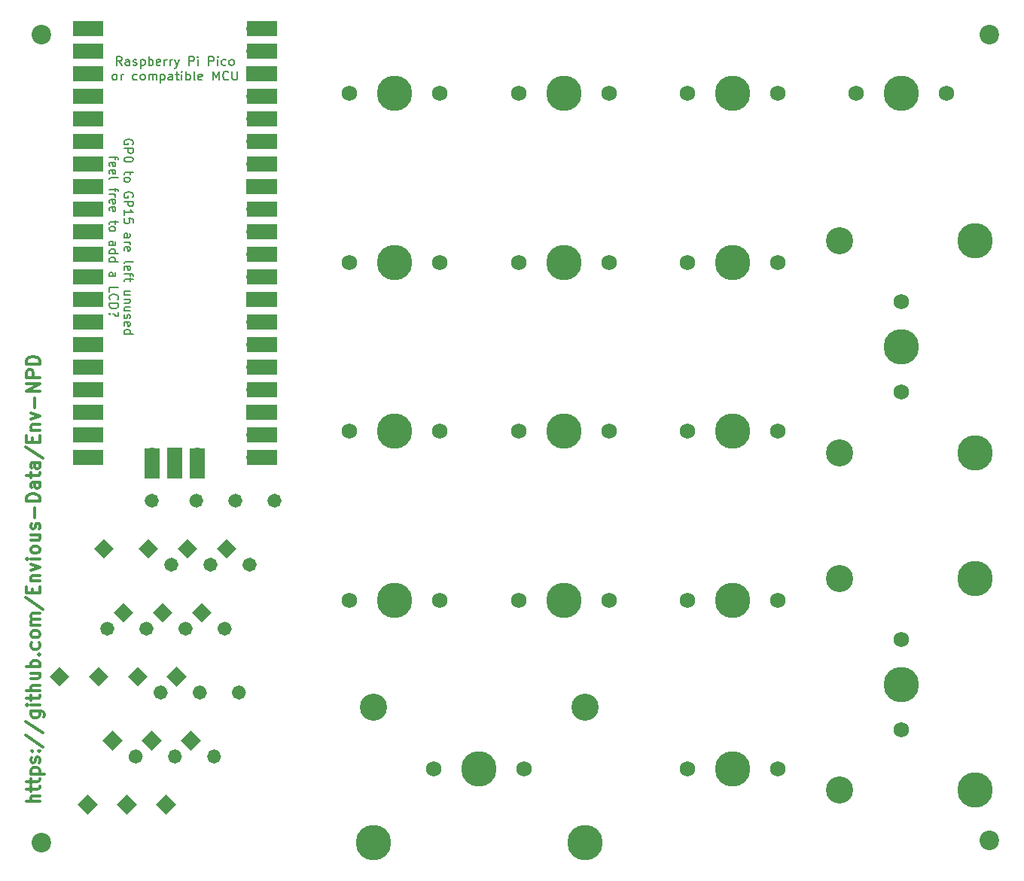
<source format=gts>
G04 #@! TF.GenerationSoftware,KiCad,Pcbnew,(5.1.10)-1*
G04 #@! TF.CreationDate,2021-09-20T14:50:31+01:00*
G04 #@! TF.ProjectId,env-npd,656e762d-6e70-4642-9e6b-696361645f70,rev?*
G04 #@! TF.SameCoordinates,Original*
G04 #@! TF.FileFunction,Soldermask,Top*
G04 #@! TF.FilePolarity,Negative*
%FSLAX46Y46*%
G04 Gerber Fmt 4.6, Leading zero omitted, Abs format (unit mm)*
G04 Created by KiCad (PCBNEW (5.1.10)-1) date 2021-09-20 14:50:31*
%MOMM*%
%LPD*%
G01*
G04 APERTURE LIST*
%ADD10C,0.300000*%
%ADD11C,0.150000*%
%ADD12C,0.100000*%
%ADD13O,1.700000X1.700000*%
%ADD14R,1.700000X1.700000*%
%ADD15R,3.500000X1.700000*%
%ADD16R,1.700000X3.500000*%
%ADD17C,2.200000*%
%ADD18C,3.987800*%
%ADD19C,1.750000*%
%ADD20C,3.048000*%
G04 APERTURE END LIST*
D10*
X70578571Y-147647857D02*
X69078571Y-147647857D01*
X70578571Y-147005000D02*
X69792857Y-147005000D01*
X69650000Y-147076428D01*
X69578571Y-147219285D01*
X69578571Y-147433571D01*
X69650000Y-147576428D01*
X69721428Y-147647857D01*
X69578571Y-146505000D02*
X69578571Y-145933571D01*
X69078571Y-146290714D02*
X70364285Y-146290714D01*
X70507142Y-146219285D01*
X70578571Y-146076428D01*
X70578571Y-145933571D01*
X69578571Y-145647857D02*
X69578571Y-145076428D01*
X69078571Y-145433571D02*
X70364285Y-145433571D01*
X70507142Y-145362142D01*
X70578571Y-145219285D01*
X70578571Y-145076428D01*
X69578571Y-144576428D02*
X71078571Y-144576428D01*
X69650000Y-144576428D02*
X69578571Y-144433571D01*
X69578571Y-144147857D01*
X69650000Y-144005000D01*
X69721428Y-143933571D01*
X69864285Y-143862142D01*
X70292857Y-143862142D01*
X70435714Y-143933571D01*
X70507142Y-144005000D01*
X70578571Y-144147857D01*
X70578571Y-144433571D01*
X70507142Y-144576428D01*
X70507142Y-143290714D02*
X70578571Y-143147857D01*
X70578571Y-142862142D01*
X70507142Y-142719285D01*
X70364285Y-142647857D01*
X70292857Y-142647857D01*
X70150000Y-142719285D01*
X70078571Y-142862142D01*
X70078571Y-143076428D01*
X70007142Y-143219285D01*
X69864285Y-143290714D01*
X69792857Y-143290714D01*
X69650000Y-143219285D01*
X69578571Y-143076428D01*
X69578571Y-142862142D01*
X69650000Y-142719285D01*
X70435714Y-142005000D02*
X70507142Y-141933571D01*
X70578571Y-142005000D01*
X70507142Y-142076428D01*
X70435714Y-142005000D01*
X70578571Y-142005000D01*
X69650000Y-142005000D02*
X69721428Y-141933571D01*
X69792857Y-142005000D01*
X69721428Y-142076428D01*
X69650000Y-142005000D01*
X69792857Y-142005000D01*
X69007142Y-140219285D02*
X70935714Y-141505000D01*
X69007142Y-138647857D02*
X70935714Y-139933571D01*
X69578571Y-137505000D02*
X70792857Y-137505000D01*
X70935714Y-137576428D01*
X71007142Y-137647857D01*
X71078571Y-137790714D01*
X71078571Y-138005000D01*
X71007142Y-138147857D01*
X70507142Y-137505000D02*
X70578571Y-137647857D01*
X70578571Y-137933571D01*
X70507142Y-138076428D01*
X70435714Y-138147857D01*
X70292857Y-138219285D01*
X69864285Y-138219285D01*
X69721428Y-138147857D01*
X69650000Y-138076428D01*
X69578571Y-137933571D01*
X69578571Y-137647857D01*
X69650000Y-137505000D01*
X70578571Y-136790714D02*
X69578571Y-136790714D01*
X69078571Y-136790714D02*
X69150000Y-136862142D01*
X69221428Y-136790714D01*
X69150000Y-136719285D01*
X69078571Y-136790714D01*
X69221428Y-136790714D01*
X69578571Y-136290714D02*
X69578571Y-135719285D01*
X69078571Y-136076428D02*
X70364285Y-136076428D01*
X70507142Y-136005000D01*
X70578571Y-135862142D01*
X70578571Y-135719285D01*
X70578571Y-135219285D02*
X69078571Y-135219285D01*
X70578571Y-134576428D02*
X69792857Y-134576428D01*
X69650000Y-134647857D01*
X69578571Y-134790714D01*
X69578571Y-135005000D01*
X69650000Y-135147857D01*
X69721428Y-135219285D01*
X69578571Y-133219285D02*
X70578571Y-133219285D01*
X69578571Y-133862142D02*
X70364285Y-133862142D01*
X70507142Y-133790714D01*
X70578571Y-133647857D01*
X70578571Y-133433571D01*
X70507142Y-133290714D01*
X70435714Y-133219285D01*
X70578571Y-132505000D02*
X69078571Y-132505000D01*
X69650000Y-132505000D02*
X69578571Y-132362142D01*
X69578571Y-132076428D01*
X69650000Y-131933571D01*
X69721428Y-131862142D01*
X69864285Y-131790714D01*
X70292857Y-131790714D01*
X70435714Y-131862142D01*
X70507142Y-131933571D01*
X70578571Y-132076428D01*
X70578571Y-132362142D01*
X70507142Y-132505000D01*
X70435714Y-131147857D02*
X70507142Y-131076428D01*
X70578571Y-131147857D01*
X70507142Y-131219285D01*
X70435714Y-131147857D01*
X70578571Y-131147857D01*
X70507142Y-129790714D02*
X70578571Y-129933571D01*
X70578571Y-130219285D01*
X70507142Y-130362142D01*
X70435714Y-130433571D01*
X70292857Y-130505000D01*
X69864285Y-130505000D01*
X69721428Y-130433571D01*
X69650000Y-130362142D01*
X69578571Y-130219285D01*
X69578571Y-129933571D01*
X69650000Y-129790714D01*
X70578571Y-128933571D02*
X70507142Y-129076428D01*
X70435714Y-129147857D01*
X70292857Y-129219285D01*
X69864285Y-129219285D01*
X69721428Y-129147857D01*
X69650000Y-129076428D01*
X69578571Y-128933571D01*
X69578571Y-128719285D01*
X69650000Y-128576428D01*
X69721428Y-128505000D01*
X69864285Y-128433571D01*
X70292857Y-128433571D01*
X70435714Y-128505000D01*
X70507142Y-128576428D01*
X70578571Y-128719285D01*
X70578571Y-128933571D01*
X70578571Y-127790714D02*
X69578571Y-127790714D01*
X69721428Y-127790714D02*
X69650000Y-127719285D01*
X69578571Y-127576428D01*
X69578571Y-127362142D01*
X69650000Y-127219285D01*
X69792857Y-127147857D01*
X70578571Y-127147857D01*
X69792857Y-127147857D02*
X69650000Y-127076428D01*
X69578571Y-126933571D01*
X69578571Y-126719285D01*
X69650000Y-126576428D01*
X69792857Y-126505000D01*
X70578571Y-126505000D01*
X69007142Y-124719285D02*
X70935714Y-126005000D01*
X69792857Y-124219285D02*
X69792857Y-123719285D01*
X70578571Y-123505000D02*
X70578571Y-124219285D01*
X69078571Y-124219285D01*
X69078571Y-123505000D01*
X69578571Y-122862142D02*
X70578571Y-122862142D01*
X69721428Y-122862142D02*
X69650000Y-122790714D01*
X69578571Y-122647857D01*
X69578571Y-122433571D01*
X69650000Y-122290714D01*
X69792857Y-122219285D01*
X70578571Y-122219285D01*
X69578571Y-121647857D02*
X70578571Y-121290714D01*
X69578571Y-120933571D01*
X70578571Y-120362142D02*
X69578571Y-120362142D01*
X69078571Y-120362142D02*
X69150000Y-120433571D01*
X69221428Y-120362142D01*
X69150000Y-120290714D01*
X69078571Y-120362142D01*
X69221428Y-120362142D01*
X70578571Y-119433571D02*
X70507142Y-119576428D01*
X70435714Y-119647857D01*
X70292857Y-119719285D01*
X69864285Y-119719285D01*
X69721428Y-119647857D01*
X69650000Y-119576428D01*
X69578571Y-119433571D01*
X69578571Y-119219285D01*
X69650000Y-119076428D01*
X69721428Y-119005000D01*
X69864285Y-118933571D01*
X70292857Y-118933571D01*
X70435714Y-119005000D01*
X70507142Y-119076428D01*
X70578571Y-119219285D01*
X70578571Y-119433571D01*
X69578571Y-117647857D02*
X70578571Y-117647857D01*
X69578571Y-118290714D02*
X70364285Y-118290714D01*
X70507142Y-118219285D01*
X70578571Y-118076428D01*
X70578571Y-117862142D01*
X70507142Y-117719285D01*
X70435714Y-117647857D01*
X70507142Y-117005000D02*
X70578571Y-116862142D01*
X70578571Y-116576428D01*
X70507142Y-116433571D01*
X70364285Y-116362142D01*
X70292857Y-116362142D01*
X70150000Y-116433571D01*
X70078571Y-116576428D01*
X70078571Y-116790714D01*
X70007142Y-116933571D01*
X69864285Y-117005000D01*
X69792857Y-117005000D01*
X69650000Y-116933571D01*
X69578571Y-116790714D01*
X69578571Y-116576428D01*
X69650000Y-116433571D01*
X70007142Y-115719285D02*
X70007142Y-114576428D01*
X70578571Y-113862142D02*
X69078571Y-113862142D01*
X69078571Y-113505000D01*
X69150000Y-113290714D01*
X69292857Y-113147857D01*
X69435714Y-113076428D01*
X69721428Y-113005000D01*
X69935714Y-113005000D01*
X70221428Y-113076428D01*
X70364285Y-113147857D01*
X70507142Y-113290714D01*
X70578571Y-113505000D01*
X70578571Y-113862142D01*
X70578571Y-111719285D02*
X69792857Y-111719285D01*
X69650000Y-111790714D01*
X69578571Y-111933571D01*
X69578571Y-112219285D01*
X69650000Y-112362142D01*
X70507142Y-111719285D02*
X70578571Y-111862142D01*
X70578571Y-112219285D01*
X70507142Y-112362142D01*
X70364285Y-112433571D01*
X70221428Y-112433571D01*
X70078571Y-112362142D01*
X70007142Y-112219285D01*
X70007142Y-111862142D01*
X69935714Y-111719285D01*
X69578571Y-111219285D02*
X69578571Y-110647857D01*
X69078571Y-111005000D02*
X70364285Y-111005000D01*
X70507142Y-110933571D01*
X70578571Y-110790714D01*
X70578571Y-110647857D01*
X70578571Y-109505000D02*
X69792857Y-109505000D01*
X69650000Y-109576428D01*
X69578571Y-109719285D01*
X69578571Y-110005000D01*
X69650000Y-110147857D01*
X70507142Y-109505000D02*
X70578571Y-109647857D01*
X70578571Y-110005000D01*
X70507142Y-110147857D01*
X70364285Y-110219285D01*
X70221428Y-110219285D01*
X70078571Y-110147857D01*
X70007142Y-110005000D01*
X70007142Y-109647857D01*
X69935714Y-109505000D01*
X69007142Y-107719285D02*
X70935714Y-109005000D01*
X69792857Y-107219285D02*
X69792857Y-106719285D01*
X70578571Y-106505000D02*
X70578571Y-107219285D01*
X69078571Y-107219285D01*
X69078571Y-106505000D01*
X69578571Y-105862142D02*
X70578571Y-105862142D01*
X69721428Y-105862142D02*
X69650000Y-105790714D01*
X69578571Y-105647857D01*
X69578571Y-105433571D01*
X69650000Y-105290714D01*
X69792857Y-105219285D01*
X70578571Y-105219285D01*
X69578571Y-104647857D02*
X70578571Y-104290714D01*
X69578571Y-103933571D01*
X70007142Y-103362142D02*
X70007142Y-102219285D01*
X70578571Y-101505000D02*
X69078571Y-101505000D01*
X70578571Y-100647857D01*
X69078571Y-100647857D01*
X70578571Y-99933571D02*
X69078571Y-99933571D01*
X69078571Y-99362142D01*
X69150000Y-99219285D01*
X69221428Y-99147857D01*
X69364285Y-99076428D01*
X69578571Y-99076428D01*
X69721428Y-99147857D01*
X69792857Y-99219285D01*
X69864285Y-99362142D01*
X69864285Y-99933571D01*
X70578571Y-98433571D02*
X69078571Y-98433571D01*
X69078571Y-98076428D01*
X69150000Y-97862142D01*
X69292857Y-97719285D01*
X69435714Y-97647857D01*
X69721428Y-97576428D01*
X69935714Y-97576428D01*
X70221428Y-97647857D01*
X70364285Y-97719285D01*
X70507142Y-97862142D01*
X70578571Y-98076428D01*
X70578571Y-98433571D01*
D11*
X81025000Y-73695238D02*
X81072619Y-73600000D01*
X81072619Y-73457142D01*
X81025000Y-73314285D01*
X80929761Y-73219047D01*
X80834523Y-73171428D01*
X80644047Y-73123809D01*
X80501190Y-73123809D01*
X80310714Y-73171428D01*
X80215476Y-73219047D01*
X80120238Y-73314285D01*
X80072619Y-73457142D01*
X80072619Y-73552380D01*
X80120238Y-73695238D01*
X80167857Y-73742857D01*
X80501190Y-73742857D01*
X80501190Y-73552380D01*
X80072619Y-74171428D02*
X81072619Y-74171428D01*
X81072619Y-74552380D01*
X81025000Y-74647619D01*
X80977380Y-74695238D01*
X80882142Y-74742857D01*
X80739285Y-74742857D01*
X80644047Y-74695238D01*
X80596428Y-74647619D01*
X80548809Y-74552380D01*
X80548809Y-74171428D01*
X81072619Y-75361904D02*
X81072619Y-75457142D01*
X81025000Y-75552380D01*
X80977380Y-75600000D01*
X80882142Y-75647619D01*
X80691666Y-75695238D01*
X80453571Y-75695238D01*
X80263095Y-75647619D01*
X80167857Y-75600000D01*
X80120238Y-75552380D01*
X80072619Y-75457142D01*
X80072619Y-75361904D01*
X80120238Y-75266666D01*
X80167857Y-75219047D01*
X80263095Y-75171428D01*
X80453571Y-75123809D01*
X80691666Y-75123809D01*
X80882142Y-75171428D01*
X80977380Y-75219047D01*
X81025000Y-75266666D01*
X81072619Y-75361904D01*
X80739285Y-76742857D02*
X80739285Y-77123809D01*
X81072619Y-76885714D02*
X80215476Y-76885714D01*
X80120238Y-76933333D01*
X80072619Y-77028571D01*
X80072619Y-77123809D01*
X80072619Y-77600000D02*
X80120238Y-77504761D01*
X80167857Y-77457142D01*
X80263095Y-77409523D01*
X80548809Y-77409523D01*
X80644047Y-77457142D01*
X80691666Y-77504761D01*
X80739285Y-77600000D01*
X80739285Y-77742857D01*
X80691666Y-77838095D01*
X80644047Y-77885714D01*
X80548809Y-77933333D01*
X80263095Y-77933333D01*
X80167857Y-77885714D01*
X80120238Y-77838095D01*
X80072619Y-77742857D01*
X80072619Y-77600000D01*
X81025000Y-79647619D02*
X81072619Y-79552380D01*
X81072619Y-79409523D01*
X81025000Y-79266666D01*
X80929761Y-79171428D01*
X80834523Y-79123809D01*
X80644047Y-79076190D01*
X80501190Y-79076190D01*
X80310714Y-79123809D01*
X80215476Y-79171428D01*
X80120238Y-79266666D01*
X80072619Y-79409523D01*
X80072619Y-79504761D01*
X80120238Y-79647619D01*
X80167857Y-79695238D01*
X80501190Y-79695238D01*
X80501190Y-79504761D01*
X80072619Y-80123809D02*
X81072619Y-80123809D01*
X81072619Y-80504761D01*
X81025000Y-80600000D01*
X80977380Y-80647619D01*
X80882142Y-80695238D01*
X80739285Y-80695238D01*
X80644047Y-80647619D01*
X80596428Y-80600000D01*
X80548809Y-80504761D01*
X80548809Y-80123809D01*
X80072619Y-81647619D02*
X80072619Y-81076190D01*
X80072619Y-81361904D02*
X81072619Y-81361904D01*
X80929761Y-81266666D01*
X80834523Y-81171428D01*
X80786904Y-81076190D01*
X81072619Y-82552380D02*
X81072619Y-82076190D01*
X80596428Y-82028571D01*
X80644047Y-82076190D01*
X80691666Y-82171428D01*
X80691666Y-82409523D01*
X80644047Y-82504761D01*
X80596428Y-82552380D01*
X80501190Y-82600000D01*
X80263095Y-82600000D01*
X80167857Y-82552380D01*
X80120238Y-82504761D01*
X80072619Y-82409523D01*
X80072619Y-82171428D01*
X80120238Y-82076190D01*
X80167857Y-82028571D01*
X80072619Y-84219047D02*
X80596428Y-84219047D01*
X80691666Y-84171428D01*
X80739285Y-84076190D01*
X80739285Y-83885714D01*
X80691666Y-83790476D01*
X80120238Y-84219047D02*
X80072619Y-84123809D01*
X80072619Y-83885714D01*
X80120238Y-83790476D01*
X80215476Y-83742857D01*
X80310714Y-83742857D01*
X80405952Y-83790476D01*
X80453571Y-83885714D01*
X80453571Y-84123809D01*
X80501190Y-84219047D01*
X80072619Y-84695238D02*
X80739285Y-84695238D01*
X80548809Y-84695238D02*
X80644047Y-84742857D01*
X80691666Y-84790476D01*
X80739285Y-84885714D01*
X80739285Y-84980952D01*
X80120238Y-85695238D02*
X80072619Y-85600000D01*
X80072619Y-85409523D01*
X80120238Y-85314285D01*
X80215476Y-85266666D01*
X80596428Y-85266666D01*
X80691666Y-85314285D01*
X80739285Y-85409523D01*
X80739285Y-85600000D01*
X80691666Y-85695238D01*
X80596428Y-85742857D01*
X80501190Y-85742857D01*
X80405952Y-85266666D01*
X80072619Y-87076190D02*
X80120238Y-86980952D01*
X80215476Y-86933333D01*
X81072619Y-86933333D01*
X80120238Y-87838095D02*
X80072619Y-87742857D01*
X80072619Y-87552380D01*
X80120238Y-87457142D01*
X80215476Y-87409523D01*
X80596428Y-87409523D01*
X80691666Y-87457142D01*
X80739285Y-87552380D01*
X80739285Y-87742857D01*
X80691666Y-87838095D01*
X80596428Y-87885714D01*
X80501190Y-87885714D01*
X80405952Y-87409523D01*
X80739285Y-88171428D02*
X80739285Y-88552380D01*
X80072619Y-88314285D02*
X80929761Y-88314285D01*
X81025000Y-88361904D01*
X81072619Y-88457142D01*
X81072619Y-88552380D01*
X80739285Y-88742857D02*
X80739285Y-89123809D01*
X81072619Y-88885714D02*
X80215476Y-88885714D01*
X80120238Y-88933333D01*
X80072619Y-89028571D01*
X80072619Y-89123809D01*
X80739285Y-90647619D02*
X80072619Y-90647619D01*
X80739285Y-90219047D02*
X80215476Y-90219047D01*
X80120238Y-90266666D01*
X80072619Y-90361904D01*
X80072619Y-90504761D01*
X80120238Y-90600000D01*
X80167857Y-90647619D01*
X80739285Y-91123809D02*
X80072619Y-91123809D01*
X80644047Y-91123809D02*
X80691666Y-91171428D01*
X80739285Y-91266666D01*
X80739285Y-91409523D01*
X80691666Y-91504761D01*
X80596428Y-91552380D01*
X80072619Y-91552380D01*
X80739285Y-92457142D02*
X80072619Y-92457142D01*
X80739285Y-92028571D02*
X80215476Y-92028571D01*
X80120238Y-92076190D01*
X80072619Y-92171428D01*
X80072619Y-92314285D01*
X80120238Y-92409523D01*
X80167857Y-92457142D01*
X80120238Y-92885714D02*
X80072619Y-92980952D01*
X80072619Y-93171428D01*
X80120238Y-93266666D01*
X80215476Y-93314285D01*
X80263095Y-93314285D01*
X80358333Y-93266666D01*
X80405952Y-93171428D01*
X80405952Y-93028571D01*
X80453571Y-92933333D01*
X80548809Y-92885714D01*
X80596428Y-92885714D01*
X80691666Y-92933333D01*
X80739285Y-93028571D01*
X80739285Y-93171428D01*
X80691666Y-93266666D01*
X80120238Y-94123809D02*
X80072619Y-94028571D01*
X80072619Y-93838095D01*
X80120238Y-93742857D01*
X80215476Y-93695238D01*
X80596428Y-93695238D01*
X80691666Y-93742857D01*
X80739285Y-93838095D01*
X80739285Y-94028571D01*
X80691666Y-94123809D01*
X80596428Y-94171428D01*
X80501190Y-94171428D01*
X80405952Y-93695238D01*
X80072619Y-95028571D02*
X81072619Y-95028571D01*
X80120238Y-95028571D02*
X80072619Y-94933333D01*
X80072619Y-94742857D01*
X80120238Y-94647619D01*
X80167857Y-94599999D01*
X80263095Y-94552380D01*
X80548809Y-94552380D01*
X80644047Y-94599999D01*
X80691666Y-94647619D01*
X80739285Y-94742857D01*
X80739285Y-94933333D01*
X80691666Y-95028571D01*
X79089285Y-75052380D02*
X79089285Y-75433333D01*
X78422619Y-75195238D02*
X79279761Y-75195238D01*
X79375000Y-75242857D01*
X79422619Y-75338095D01*
X79422619Y-75433333D01*
X78470238Y-76147619D02*
X78422619Y-76052380D01*
X78422619Y-75861904D01*
X78470238Y-75766666D01*
X78565476Y-75719047D01*
X78946428Y-75719047D01*
X79041666Y-75766666D01*
X79089285Y-75861904D01*
X79089285Y-76052380D01*
X79041666Y-76147619D01*
X78946428Y-76195238D01*
X78851190Y-76195238D01*
X78755952Y-75719047D01*
X78470238Y-77004761D02*
X78422619Y-76909523D01*
X78422619Y-76719047D01*
X78470238Y-76623809D01*
X78565476Y-76576190D01*
X78946428Y-76576190D01*
X79041666Y-76623809D01*
X79089285Y-76719047D01*
X79089285Y-76909523D01*
X79041666Y-77004761D01*
X78946428Y-77052380D01*
X78851190Y-77052380D01*
X78755952Y-76576190D01*
X78422619Y-77623809D02*
X78470238Y-77528571D01*
X78565476Y-77480952D01*
X79422619Y-77480952D01*
X79089285Y-78623809D02*
X79089285Y-79004761D01*
X78422619Y-78766666D02*
X79279761Y-78766666D01*
X79375000Y-78814285D01*
X79422619Y-78909523D01*
X79422619Y-79004761D01*
X78422619Y-79338095D02*
X79089285Y-79338095D01*
X78898809Y-79338095D02*
X78994047Y-79385714D01*
X79041666Y-79433333D01*
X79089285Y-79528571D01*
X79089285Y-79623809D01*
X78470238Y-80338095D02*
X78422619Y-80242857D01*
X78422619Y-80052380D01*
X78470238Y-79957142D01*
X78565476Y-79909523D01*
X78946428Y-79909523D01*
X79041666Y-79957142D01*
X79089285Y-80052380D01*
X79089285Y-80242857D01*
X79041666Y-80338095D01*
X78946428Y-80385714D01*
X78851190Y-80385714D01*
X78755952Y-79909523D01*
X78470238Y-81195238D02*
X78422619Y-81100000D01*
X78422619Y-80909523D01*
X78470238Y-80814285D01*
X78565476Y-80766666D01*
X78946428Y-80766666D01*
X79041666Y-80814285D01*
X79089285Y-80909523D01*
X79089285Y-81100000D01*
X79041666Y-81195238D01*
X78946428Y-81242857D01*
X78851190Y-81242857D01*
X78755952Y-80766666D01*
X79089285Y-82290476D02*
X79089285Y-82671428D01*
X79422619Y-82433333D02*
X78565476Y-82433333D01*
X78470238Y-82480952D01*
X78422619Y-82576190D01*
X78422619Y-82671428D01*
X78422619Y-83147619D02*
X78470238Y-83052380D01*
X78517857Y-83004761D01*
X78613095Y-82957142D01*
X78898809Y-82957142D01*
X78994047Y-83004761D01*
X79041666Y-83052380D01*
X79089285Y-83147619D01*
X79089285Y-83290476D01*
X79041666Y-83385714D01*
X78994047Y-83433333D01*
X78898809Y-83480952D01*
X78613095Y-83480952D01*
X78517857Y-83433333D01*
X78470238Y-83385714D01*
X78422619Y-83290476D01*
X78422619Y-83147619D01*
X78422619Y-85100000D02*
X78946428Y-85100000D01*
X79041666Y-85052380D01*
X79089285Y-84957142D01*
X79089285Y-84766666D01*
X79041666Y-84671428D01*
X78470238Y-85100000D02*
X78422619Y-85004761D01*
X78422619Y-84766666D01*
X78470238Y-84671428D01*
X78565476Y-84623809D01*
X78660714Y-84623809D01*
X78755952Y-84671428D01*
X78803571Y-84766666D01*
X78803571Y-85004761D01*
X78851190Y-85100000D01*
X78422619Y-86004761D02*
X79422619Y-86004761D01*
X78470238Y-86004761D02*
X78422619Y-85909523D01*
X78422619Y-85719047D01*
X78470238Y-85623809D01*
X78517857Y-85576190D01*
X78613095Y-85528571D01*
X78898809Y-85528571D01*
X78994047Y-85576190D01*
X79041666Y-85623809D01*
X79089285Y-85719047D01*
X79089285Y-85909523D01*
X79041666Y-86004761D01*
X78422619Y-86909523D02*
X79422619Y-86909523D01*
X78470238Y-86909523D02*
X78422619Y-86814285D01*
X78422619Y-86623809D01*
X78470238Y-86528571D01*
X78517857Y-86480952D01*
X78613095Y-86433333D01*
X78898809Y-86433333D01*
X78994047Y-86480952D01*
X79041666Y-86528571D01*
X79089285Y-86623809D01*
X79089285Y-86814285D01*
X79041666Y-86909523D01*
X78422619Y-88576190D02*
X78946428Y-88576190D01*
X79041666Y-88528571D01*
X79089285Y-88433333D01*
X79089285Y-88242857D01*
X79041666Y-88147619D01*
X78470238Y-88576190D02*
X78422619Y-88480952D01*
X78422619Y-88242857D01*
X78470238Y-88147619D01*
X78565476Y-88100000D01*
X78660714Y-88100000D01*
X78755952Y-88147619D01*
X78803571Y-88242857D01*
X78803571Y-88480952D01*
X78851190Y-88576190D01*
X78422619Y-90290476D02*
X78422619Y-89814285D01*
X79422619Y-89814285D01*
X78517857Y-91195238D02*
X78470238Y-91147619D01*
X78422619Y-91004761D01*
X78422619Y-90909523D01*
X78470238Y-90766666D01*
X78565476Y-90671428D01*
X78660714Y-90623809D01*
X78851190Y-90576190D01*
X78994047Y-90576190D01*
X79184523Y-90623809D01*
X79279761Y-90671428D01*
X79375000Y-90766666D01*
X79422619Y-90909523D01*
X79422619Y-91004761D01*
X79375000Y-91147619D01*
X79327380Y-91195238D01*
X78422619Y-91623809D02*
X79422619Y-91623809D01*
X79422619Y-91861904D01*
X79375000Y-92004761D01*
X79279761Y-92100000D01*
X79184523Y-92147619D01*
X78994047Y-92195238D01*
X78851190Y-92195238D01*
X78660714Y-92147619D01*
X78565476Y-92100000D01*
X78470238Y-92004761D01*
X78422619Y-91861904D01*
X78422619Y-91623809D01*
X78517857Y-92766666D02*
X78470238Y-92814285D01*
X78422619Y-92766666D01*
X78470238Y-92719047D01*
X78517857Y-92766666D01*
X78422619Y-92766666D01*
X79375000Y-92576190D02*
X79422619Y-92671428D01*
X79422619Y-92909523D01*
X79375000Y-93004761D01*
X79279761Y-93052380D01*
X79184523Y-93052380D01*
X79089285Y-93004761D01*
X79041666Y-92957142D01*
X78994047Y-92861904D01*
X78946428Y-92814285D01*
X78851190Y-92766666D01*
X78803571Y-92766666D01*
X79800000Y-64827380D02*
X79466666Y-64351190D01*
X79228571Y-64827380D02*
X79228571Y-63827380D01*
X79609523Y-63827380D01*
X79704761Y-63875000D01*
X79752380Y-63922619D01*
X79800000Y-64017857D01*
X79800000Y-64160714D01*
X79752380Y-64255952D01*
X79704761Y-64303571D01*
X79609523Y-64351190D01*
X79228571Y-64351190D01*
X80657142Y-64827380D02*
X80657142Y-64303571D01*
X80609523Y-64208333D01*
X80514285Y-64160714D01*
X80323809Y-64160714D01*
X80228571Y-64208333D01*
X80657142Y-64779761D02*
X80561904Y-64827380D01*
X80323809Y-64827380D01*
X80228571Y-64779761D01*
X80180952Y-64684523D01*
X80180952Y-64589285D01*
X80228571Y-64494047D01*
X80323809Y-64446428D01*
X80561904Y-64446428D01*
X80657142Y-64398809D01*
X81085714Y-64779761D02*
X81180952Y-64827380D01*
X81371428Y-64827380D01*
X81466666Y-64779761D01*
X81514285Y-64684523D01*
X81514285Y-64636904D01*
X81466666Y-64541666D01*
X81371428Y-64494047D01*
X81228571Y-64494047D01*
X81133333Y-64446428D01*
X81085714Y-64351190D01*
X81085714Y-64303571D01*
X81133333Y-64208333D01*
X81228571Y-64160714D01*
X81371428Y-64160714D01*
X81466666Y-64208333D01*
X81942857Y-64160714D02*
X81942857Y-65160714D01*
X81942857Y-64208333D02*
X82038095Y-64160714D01*
X82228571Y-64160714D01*
X82323809Y-64208333D01*
X82371428Y-64255952D01*
X82419047Y-64351190D01*
X82419047Y-64636904D01*
X82371428Y-64732142D01*
X82323809Y-64779761D01*
X82228571Y-64827380D01*
X82038095Y-64827380D01*
X81942857Y-64779761D01*
X82847619Y-64827380D02*
X82847619Y-63827380D01*
X82847619Y-64208333D02*
X82942857Y-64160714D01*
X83133333Y-64160714D01*
X83228571Y-64208333D01*
X83276190Y-64255952D01*
X83323809Y-64351190D01*
X83323809Y-64636904D01*
X83276190Y-64732142D01*
X83228571Y-64779761D01*
X83133333Y-64827380D01*
X82942857Y-64827380D01*
X82847619Y-64779761D01*
X84133333Y-64779761D02*
X84038095Y-64827380D01*
X83847619Y-64827380D01*
X83752380Y-64779761D01*
X83704761Y-64684523D01*
X83704761Y-64303571D01*
X83752380Y-64208333D01*
X83847619Y-64160714D01*
X84038095Y-64160714D01*
X84133333Y-64208333D01*
X84180952Y-64303571D01*
X84180952Y-64398809D01*
X83704761Y-64494047D01*
X84609523Y-64827380D02*
X84609523Y-64160714D01*
X84609523Y-64351190D02*
X84657142Y-64255952D01*
X84704761Y-64208333D01*
X84800000Y-64160714D01*
X84895238Y-64160714D01*
X85228571Y-64827380D02*
X85228571Y-64160714D01*
X85228571Y-64351190D02*
X85276190Y-64255952D01*
X85323809Y-64208333D01*
X85419047Y-64160714D01*
X85514285Y-64160714D01*
X85752380Y-64160714D02*
X85990476Y-64827380D01*
X86228571Y-64160714D02*
X85990476Y-64827380D01*
X85895238Y-65065476D01*
X85847619Y-65113095D01*
X85752380Y-65160714D01*
X87371428Y-64827380D02*
X87371428Y-63827380D01*
X87752380Y-63827380D01*
X87847619Y-63875000D01*
X87895238Y-63922619D01*
X87942857Y-64017857D01*
X87942857Y-64160714D01*
X87895238Y-64255952D01*
X87847619Y-64303571D01*
X87752380Y-64351190D01*
X87371428Y-64351190D01*
X88371428Y-64827380D02*
X88371428Y-64160714D01*
X88371428Y-63827380D02*
X88323809Y-63875000D01*
X88371428Y-63922619D01*
X88419047Y-63875000D01*
X88371428Y-63827380D01*
X88371428Y-63922619D01*
X89609523Y-64827380D02*
X89609523Y-63827380D01*
X89990476Y-63827380D01*
X90085714Y-63875000D01*
X90133333Y-63922619D01*
X90180952Y-64017857D01*
X90180952Y-64160714D01*
X90133333Y-64255952D01*
X90085714Y-64303571D01*
X89990476Y-64351190D01*
X89609523Y-64351190D01*
X90609523Y-64827380D02*
X90609523Y-64160714D01*
X90609523Y-63827380D02*
X90561904Y-63875000D01*
X90609523Y-63922619D01*
X90657142Y-63875000D01*
X90609523Y-63827380D01*
X90609523Y-63922619D01*
X91514285Y-64779761D02*
X91419047Y-64827380D01*
X91228571Y-64827380D01*
X91133333Y-64779761D01*
X91085714Y-64732142D01*
X91038095Y-64636904D01*
X91038095Y-64351190D01*
X91085714Y-64255952D01*
X91133333Y-64208333D01*
X91228571Y-64160714D01*
X91419047Y-64160714D01*
X91514285Y-64208333D01*
X92085714Y-64827380D02*
X91990476Y-64779761D01*
X91942857Y-64732142D01*
X91895238Y-64636904D01*
X91895238Y-64351190D01*
X91942857Y-64255952D01*
X91990476Y-64208333D01*
X92085714Y-64160714D01*
X92228571Y-64160714D01*
X92323809Y-64208333D01*
X92371428Y-64255952D01*
X92419047Y-64351190D01*
X92419047Y-64636904D01*
X92371428Y-64732142D01*
X92323809Y-64779761D01*
X92228571Y-64827380D01*
X92085714Y-64827380D01*
X78942857Y-66477380D02*
X78847619Y-66429761D01*
X78800000Y-66382142D01*
X78752380Y-66286904D01*
X78752380Y-66001190D01*
X78800000Y-65905952D01*
X78847619Y-65858333D01*
X78942857Y-65810714D01*
X79085714Y-65810714D01*
X79180952Y-65858333D01*
X79228571Y-65905952D01*
X79276190Y-66001190D01*
X79276190Y-66286904D01*
X79228571Y-66382142D01*
X79180952Y-66429761D01*
X79085714Y-66477380D01*
X78942857Y-66477380D01*
X79704761Y-66477380D02*
X79704761Y-65810714D01*
X79704761Y-66001190D02*
X79752380Y-65905952D01*
X79800000Y-65858333D01*
X79895238Y-65810714D01*
X79990476Y-65810714D01*
X81514285Y-66429761D02*
X81419047Y-66477380D01*
X81228571Y-66477380D01*
X81133333Y-66429761D01*
X81085714Y-66382142D01*
X81038095Y-66286904D01*
X81038095Y-66001190D01*
X81085714Y-65905952D01*
X81133333Y-65858333D01*
X81228571Y-65810714D01*
X81419047Y-65810714D01*
X81514285Y-65858333D01*
X82085714Y-66477380D02*
X81990476Y-66429761D01*
X81942857Y-66382142D01*
X81895238Y-66286904D01*
X81895238Y-66001190D01*
X81942857Y-65905952D01*
X81990476Y-65858333D01*
X82085714Y-65810714D01*
X82228571Y-65810714D01*
X82323809Y-65858333D01*
X82371428Y-65905952D01*
X82419047Y-66001190D01*
X82419047Y-66286904D01*
X82371428Y-66382142D01*
X82323809Y-66429761D01*
X82228571Y-66477380D01*
X82085714Y-66477380D01*
X82847619Y-66477380D02*
X82847619Y-65810714D01*
X82847619Y-65905952D02*
X82895238Y-65858333D01*
X82990476Y-65810714D01*
X83133333Y-65810714D01*
X83228571Y-65858333D01*
X83276190Y-65953571D01*
X83276190Y-66477380D01*
X83276190Y-65953571D02*
X83323809Y-65858333D01*
X83419047Y-65810714D01*
X83561904Y-65810714D01*
X83657142Y-65858333D01*
X83704761Y-65953571D01*
X83704761Y-66477380D01*
X84180952Y-65810714D02*
X84180952Y-66810714D01*
X84180952Y-65858333D02*
X84276190Y-65810714D01*
X84466666Y-65810714D01*
X84561904Y-65858333D01*
X84609523Y-65905952D01*
X84657142Y-66001190D01*
X84657142Y-66286904D01*
X84609523Y-66382142D01*
X84561904Y-66429761D01*
X84466666Y-66477380D01*
X84276190Y-66477380D01*
X84180952Y-66429761D01*
X85514285Y-66477380D02*
X85514285Y-65953571D01*
X85466666Y-65858333D01*
X85371428Y-65810714D01*
X85180952Y-65810714D01*
X85085714Y-65858333D01*
X85514285Y-66429761D02*
X85419047Y-66477380D01*
X85180952Y-66477380D01*
X85085714Y-66429761D01*
X85038095Y-66334523D01*
X85038095Y-66239285D01*
X85085714Y-66144047D01*
X85180952Y-66096428D01*
X85419047Y-66096428D01*
X85514285Y-66048809D01*
X85847619Y-65810714D02*
X86228571Y-65810714D01*
X85990476Y-65477380D02*
X85990476Y-66334523D01*
X86038095Y-66429761D01*
X86133333Y-66477380D01*
X86228571Y-66477380D01*
X86561904Y-66477380D02*
X86561904Y-65810714D01*
X86561904Y-65477380D02*
X86514285Y-65525000D01*
X86561904Y-65572619D01*
X86609523Y-65525000D01*
X86561904Y-65477380D01*
X86561904Y-65572619D01*
X87038095Y-66477380D02*
X87038095Y-65477380D01*
X87038095Y-65858333D02*
X87133333Y-65810714D01*
X87323809Y-65810714D01*
X87419047Y-65858333D01*
X87466666Y-65905952D01*
X87514285Y-66001190D01*
X87514285Y-66286904D01*
X87466666Y-66382142D01*
X87419047Y-66429761D01*
X87323809Y-66477380D01*
X87133333Y-66477380D01*
X87038095Y-66429761D01*
X88085714Y-66477380D02*
X87990476Y-66429761D01*
X87942857Y-66334523D01*
X87942857Y-65477380D01*
X88847619Y-66429761D02*
X88752380Y-66477380D01*
X88561904Y-66477380D01*
X88466666Y-66429761D01*
X88419047Y-66334523D01*
X88419047Y-65953571D01*
X88466666Y-65858333D01*
X88561904Y-65810714D01*
X88752380Y-65810714D01*
X88847619Y-65858333D01*
X88895238Y-65953571D01*
X88895238Y-66048809D01*
X88419047Y-66144047D01*
X90085714Y-66477380D02*
X90085714Y-65477380D01*
X90419047Y-66191666D01*
X90752380Y-65477380D01*
X90752380Y-66477380D01*
X91800000Y-66382142D02*
X91752380Y-66429761D01*
X91609523Y-66477380D01*
X91514285Y-66477380D01*
X91371428Y-66429761D01*
X91276190Y-66334523D01*
X91228571Y-66239285D01*
X91180952Y-66048809D01*
X91180952Y-65905952D01*
X91228571Y-65715476D01*
X91276190Y-65620238D01*
X91371428Y-65525000D01*
X91514285Y-65477380D01*
X91609523Y-65477380D01*
X91752380Y-65525000D01*
X91800000Y-65572619D01*
X92228571Y-65477380D02*
X92228571Y-66286904D01*
X92276190Y-66382142D01*
X92323809Y-66429761D01*
X92419047Y-66477380D01*
X92609523Y-66477380D01*
X92704761Y-66429761D01*
X92752380Y-66382142D01*
X92800000Y-66286904D01*
X92800000Y-65477380D01*
G36*
G01*
X82622469Y-114377531D02*
X82622469Y-114377531D01*
G75*
G02*
X82622469Y-113246161I565685J565685D01*
G01*
X82622469Y-113246161D01*
G75*
G02*
X83753839Y-113246161I565685J-565685D01*
G01*
X83753839Y-113246161D01*
G75*
G02*
X83753839Y-114377531I-565685J-565685D01*
G01*
X83753839Y-114377531D01*
G75*
G02*
X82622469Y-114377531I-565685J565685D01*
G01*
G37*
D12*
G36*
X77800000Y-120331371D02*
G01*
X76668629Y-119200000D01*
X77800000Y-118068629D01*
X78931371Y-119200000D01*
X77800000Y-120331371D01*
G37*
G36*
G01*
X80822469Y-143177531D02*
X80822469Y-143177531D01*
G75*
G02*
X80822469Y-142046161I565685J565685D01*
G01*
X80822469Y-142046161D01*
G75*
G02*
X81953839Y-142046161I565685J-565685D01*
G01*
X81953839Y-142046161D01*
G75*
G02*
X81953839Y-143177531I-565685J-565685D01*
G01*
X81953839Y-143177531D01*
G75*
G02*
X80822469Y-143177531I-565685J565685D01*
G01*
G37*
G36*
X76000000Y-149131371D02*
G01*
X74868629Y-148000000D01*
X76000000Y-146868629D01*
X77131371Y-148000000D01*
X76000000Y-149131371D01*
G37*
G36*
G01*
X85222469Y-143177531D02*
X85222469Y-143177531D01*
G75*
G02*
X85222469Y-142046161I565685J565685D01*
G01*
X85222469Y-142046161D01*
G75*
G02*
X86353839Y-142046161I565685J-565685D01*
G01*
X86353839Y-142046161D01*
G75*
G02*
X86353839Y-143177531I-565685J-565685D01*
G01*
X86353839Y-143177531D01*
G75*
G02*
X85222469Y-143177531I-565685J565685D01*
G01*
G37*
G36*
X80400000Y-149131371D02*
G01*
X79268629Y-148000000D01*
X80400000Y-146868629D01*
X81531371Y-148000000D01*
X80400000Y-149131371D01*
G37*
G36*
G01*
X89622469Y-143177531D02*
X89622469Y-143177531D01*
G75*
G02*
X89622469Y-142046161I565685J565685D01*
G01*
X89622469Y-142046161D01*
G75*
G02*
X90753839Y-142046161I565685J-565685D01*
G01*
X90753839Y-142046161D01*
G75*
G02*
X90753839Y-143177531I-565685J-565685D01*
G01*
X90753839Y-143177531D01*
G75*
G02*
X89622469Y-143177531I-565685J565685D01*
G01*
G37*
G36*
X84800000Y-149131371D02*
G01*
X83668629Y-148000000D01*
X84800000Y-146868629D01*
X85931371Y-148000000D01*
X84800000Y-149131371D01*
G37*
G36*
G01*
X83622469Y-135977531D02*
X83622469Y-135977531D01*
G75*
G02*
X83622469Y-134846161I565685J565685D01*
G01*
X83622469Y-134846161D01*
G75*
G02*
X84753839Y-134846161I565685J-565685D01*
G01*
X84753839Y-134846161D01*
G75*
G02*
X84753839Y-135977531I-565685J-565685D01*
G01*
X84753839Y-135977531D01*
G75*
G02*
X83622469Y-135977531I-565685J565685D01*
G01*
G37*
G36*
X78800000Y-141931371D02*
G01*
X77668629Y-140800000D01*
X78800000Y-139668629D01*
X79931371Y-140800000D01*
X78800000Y-141931371D01*
G37*
G36*
G01*
X88022469Y-135977531D02*
X88022469Y-135977531D01*
G75*
G02*
X88022469Y-134846161I565685J565685D01*
G01*
X88022469Y-134846161D01*
G75*
G02*
X89153839Y-134846161I565685J-565685D01*
G01*
X89153839Y-134846161D01*
G75*
G02*
X89153839Y-135977531I-565685J-565685D01*
G01*
X89153839Y-135977531D01*
G75*
G02*
X88022469Y-135977531I-565685J565685D01*
G01*
G37*
G36*
X83200000Y-141931371D02*
G01*
X82068629Y-140800000D01*
X83200000Y-139668629D01*
X84331371Y-140800000D01*
X83200000Y-141931371D01*
G37*
G36*
G01*
X92422469Y-135977531D02*
X92422469Y-135977531D01*
G75*
G02*
X92422469Y-134846161I565685J565685D01*
G01*
X92422469Y-134846161D01*
G75*
G02*
X93553839Y-134846161I565685J-565685D01*
G01*
X93553839Y-134846161D01*
G75*
G02*
X93553839Y-135977531I-565685J-565685D01*
G01*
X93553839Y-135977531D01*
G75*
G02*
X92422469Y-135977531I-565685J565685D01*
G01*
G37*
G36*
X87600000Y-141931371D02*
G01*
X86468629Y-140800000D01*
X87600000Y-139668629D01*
X88731371Y-140800000D01*
X87600000Y-141931371D01*
G37*
G36*
G01*
X77622469Y-128777531D02*
X77622469Y-128777531D01*
G75*
G02*
X77622469Y-127646161I565685J565685D01*
G01*
X77622469Y-127646161D01*
G75*
G02*
X78753839Y-127646161I565685J-565685D01*
G01*
X78753839Y-127646161D01*
G75*
G02*
X78753839Y-128777531I-565685J-565685D01*
G01*
X78753839Y-128777531D01*
G75*
G02*
X77622469Y-128777531I-565685J565685D01*
G01*
G37*
G36*
X72800000Y-134731371D02*
G01*
X71668629Y-133600000D01*
X72800000Y-132468629D01*
X73931371Y-133600000D01*
X72800000Y-134731371D01*
G37*
G36*
G01*
X82022469Y-128777531D02*
X82022469Y-128777531D01*
G75*
G02*
X82022469Y-127646161I565685J565685D01*
G01*
X82022469Y-127646161D01*
G75*
G02*
X83153839Y-127646161I565685J-565685D01*
G01*
X83153839Y-127646161D01*
G75*
G02*
X83153839Y-128777531I-565685J-565685D01*
G01*
X83153839Y-128777531D01*
G75*
G02*
X82022469Y-128777531I-565685J565685D01*
G01*
G37*
G36*
X77200000Y-134731371D02*
G01*
X76068629Y-133600000D01*
X77200000Y-132468629D01*
X78331371Y-133600000D01*
X77200000Y-134731371D01*
G37*
G36*
G01*
X86422469Y-128777531D02*
X86422469Y-128777531D01*
G75*
G02*
X86422469Y-127646161I565685J565685D01*
G01*
X86422469Y-127646161D01*
G75*
G02*
X87553839Y-127646161I565685J-565685D01*
G01*
X87553839Y-127646161D01*
G75*
G02*
X87553839Y-128777531I-565685J-565685D01*
G01*
X87553839Y-128777531D01*
G75*
G02*
X86422469Y-128777531I-565685J565685D01*
G01*
G37*
G36*
X81600000Y-134731371D02*
G01*
X80468629Y-133600000D01*
X81600000Y-132468629D01*
X82731371Y-133600000D01*
X81600000Y-134731371D01*
G37*
G36*
G01*
X90822469Y-128777531D02*
X90822469Y-128777531D01*
G75*
G02*
X90822469Y-127646161I565685J565685D01*
G01*
X90822469Y-127646161D01*
G75*
G02*
X91953839Y-127646161I565685J-565685D01*
G01*
X91953839Y-127646161D01*
G75*
G02*
X91953839Y-128777531I-565685J-565685D01*
G01*
X91953839Y-128777531D01*
G75*
G02*
X90822469Y-128777531I-565685J565685D01*
G01*
G37*
G36*
X86000000Y-134731371D02*
G01*
X84868629Y-133600000D01*
X86000000Y-132468629D01*
X87131371Y-133600000D01*
X86000000Y-134731371D01*
G37*
G36*
G01*
X84822469Y-121577531D02*
X84822469Y-121577531D01*
G75*
G02*
X84822469Y-120446161I565685J565685D01*
G01*
X84822469Y-120446161D01*
G75*
G02*
X85953839Y-120446161I565685J-565685D01*
G01*
X85953839Y-120446161D01*
G75*
G02*
X85953839Y-121577531I-565685J-565685D01*
G01*
X85953839Y-121577531D01*
G75*
G02*
X84822469Y-121577531I-565685J565685D01*
G01*
G37*
G36*
X80000000Y-127531371D02*
G01*
X78868629Y-126400000D01*
X80000000Y-125268629D01*
X81131371Y-126400000D01*
X80000000Y-127531371D01*
G37*
G36*
G01*
X89222469Y-121577531D02*
X89222469Y-121577531D01*
G75*
G02*
X89222469Y-120446161I565685J565685D01*
G01*
X89222469Y-120446161D01*
G75*
G02*
X90353839Y-120446161I565685J-565685D01*
G01*
X90353839Y-120446161D01*
G75*
G02*
X90353839Y-121577531I-565685J-565685D01*
G01*
X90353839Y-121577531D01*
G75*
G02*
X89222469Y-121577531I-565685J565685D01*
G01*
G37*
G36*
X84400000Y-127531371D02*
G01*
X83268629Y-126400000D01*
X84400000Y-125268629D01*
X85531371Y-126400000D01*
X84400000Y-127531371D01*
G37*
G36*
G01*
X93622469Y-121577531D02*
X93622469Y-121577531D01*
G75*
G02*
X93622469Y-120446161I565685J565685D01*
G01*
X93622469Y-120446161D01*
G75*
G02*
X94753839Y-120446161I565685J-565685D01*
G01*
X94753839Y-120446161D01*
G75*
G02*
X94753839Y-121577531I-565685J-565685D01*
G01*
X94753839Y-121577531D01*
G75*
G02*
X93622469Y-121577531I-565685J565685D01*
G01*
G37*
G36*
X88800000Y-127531371D02*
G01*
X87668629Y-126400000D01*
X88800000Y-125268629D01*
X89931371Y-126400000D01*
X88800000Y-127531371D01*
G37*
G36*
G01*
X87622469Y-114377531D02*
X87622469Y-114377531D01*
G75*
G02*
X87622469Y-113246161I565685J565685D01*
G01*
X87622469Y-113246161D01*
G75*
G02*
X88753839Y-113246161I565685J-565685D01*
G01*
X88753839Y-113246161D01*
G75*
G02*
X88753839Y-114377531I-565685J-565685D01*
G01*
X88753839Y-114377531D01*
G75*
G02*
X87622469Y-114377531I-565685J565685D01*
G01*
G37*
G36*
X82800000Y-120331371D02*
G01*
X81668629Y-119200000D01*
X82800000Y-118068629D01*
X83931371Y-119200000D01*
X82800000Y-120331371D01*
G37*
G36*
G01*
X92022469Y-114377531D02*
X92022469Y-114377531D01*
G75*
G02*
X92022469Y-113246161I565685J565685D01*
G01*
X92022469Y-113246161D01*
G75*
G02*
X93153839Y-113246161I565685J-565685D01*
G01*
X93153839Y-113246161D01*
G75*
G02*
X93153839Y-114377531I-565685J-565685D01*
G01*
X93153839Y-114377531D01*
G75*
G02*
X92022469Y-114377531I-565685J565685D01*
G01*
G37*
G36*
X87200000Y-120331371D02*
G01*
X86068629Y-119200000D01*
X87200000Y-118068629D01*
X88331371Y-119200000D01*
X87200000Y-120331371D01*
G37*
G36*
G01*
X96422469Y-114377531D02*
X96422469Y-114377531D01*
G75*
G02*
X96422469Y-113246161I565685J565685D01*
G01*
X96422469Y-113246161D01*
G75*
G02*
X97553839Y-113246161I565685J-565685D01*
G01*
X97553839Y-113246161D01*
G75*
G02*
X97553839Y-114377531I-565685J-565685D01*
G01*
X97553839Y-114377531D01*
G75*
G02*
X96422469Y-114377531I-565685J565685D01*
G01*
G37*
G36*
X91600000Y-120331371D02*
G01*
X90468629Y-119200000D01*
X91600000Y-118068629D01*
X92731371Y-119200000D01*
X91600000Y-120331371D01*
G37*
D13*
X76910000Y-60670000D03*
X76910000Y-63210000D03*
D14*
X76910000Y-65750000D03*
D13*
X76910000Y-68290000D03*
X76910000Y-70830000D03*
X76910000Y-73370000D03*
X76910000Y-75910000D03*
D14*
X76910000Y-78450000D03*
D13*
X76910000Y-80990000D03*
X76910000Y-83530000D03*
X76910000Y-86070000D03*
X76910000Y-88610000D03*
D14*
X76910000Y-91150000D03*
D13*
X76910000Y-93690000D03*
X76910000Y-96230000D03*
X76910000Y-98770000D03*
X76910000Y-101310000D03*
D14*
X76910000Y-103850000D03*
D13*
X76910000Y-106390000D03*
X76910000Y-108930000D03*
X94690000Y-108930000D03*
X94690000Y-106390000D03*
D14*
X94690000Y-103850000D03*
D13*
X94690000Y-101310000D03*
X94690000Y-98770000D03*
X94690000Y-96230000D03*
X94690000Y-93690000D03*
D14*
X94690000Y-91150000D03*
D13*
X94690000Y-88610000D03*
X94690000Y-86070000D03*
X94690000Y-83530000D03*
X94690000Y-80990000D03*
D14*
X94690000Y-78450000D03*
D13*
X94690000Y-75910000D03*
X94690000Y-73370000D03*
X94690000Y-70830000D03*
X94690000Y-68290000D03*
D14*
X94690000Y-65750000D03*
D13*
X94690000Y-63210000D03*
X94690000Y-60670000D03*
D15*
X76010000Y-60670000D03*
X76010000Y-63210000D03*
X76010000Y-65750000D03*
X76010000Y-68290000D03*
X76010000Y-70830000D03*
X76010000Y-73370000D03*
X76010000Y-75910000D03*
X76010000Y-78450000D03*
X76010000Y-80990000D03*
X76010000Y-83530000D03*
X76010000Y-86070000D03*
X76010000Y-88610000D03*
X76010000Y-91150000D03*
X76010000Y-93690000D03*
X76010000Y-96230000D03*
X76010000Y-98770000D03*
X76010000Y-101310000D03*
X76010000Y-103850000D03*
X76010000Y-106390000D03*
X76010000Y-108930000D03*
X95590000Y-60670000D03*
X95590000Y-63210000D03*
X95590000Y-65750000D03*
X95590000Y-68290000D03*
X95590000Y-70830000D03*
X95590000Y-73370000D03*
X95590000Y-75910000D03*
X95590000Y-78450000D03*
X95590000Y-80990000D03*
X95590000Y-83530000D03*
X95590000Y-86070000D03*
X95590000Y-88610000D03*
X95590000Y-91150000D03*
X95590000Y-93690000D03*
X95590000Y-96230000D03*
X95590000Y-98770000D03*
X95590000Y-101310000D03*
X95590000Y-103850000D03*
X95590000Y-106390000D03*
X95590000Y-108930000D03*
D16*
X83260000Y-109600000D03*
D13*
X83260000Y-108700000D03*
D16*
X85800000Y-109600000D03*
D14*
X85800000Y-108700000D03*
D16*
X88340000Y-109600000D03*
D13*
X88340000Y-108700000D03*
D17*
X70800000Y-152250000D03*
X70800000Y-61400000D03*
X177400000Y-152000000D03*
X177400000Y-61400000D03*
D18*
X120000000Y-144000000D03*
D19*
X114920000Y-144000000D03*
X125080000Y-144000000D03*
D20*
X108093750Y-137015000D03*
X131906250Y-137015000D03*
D18*
X108093750Y-152255000D03*
X131906250Y-152255000D03*
X167500000Y-134500000D03*
D19*
X167500000Y-139580000D03*
X167500000Y-129420000D03*
D20*
X160515000Y-146406250D03*
X160515000Y-122593750D03*
D18*
X175755000Y-146406250D03*
X175755000Y-122593750D03*
X148500000Y-144000000D03*
D19*
X143420000Y-144000000D03*
X153580000Y-144000000D03*
D18*
X148500000Y-125000000D03*
D19*
X143420000Y-125000000D03*
X153580000Y-125000000D03*
D18*
X129500000Y-125000000D03*
D19*
X124420000Y-125000000D03*
X134580000Y-125000000D03*
D18*
X110500000Y-125000000D03*
D19*
X105420000Y-125000000D03*
X115580000Y-125000000D03*
D18*
X167500000Y-96500000D03*
D19*
X167500000Y-101580000D03*
X167500000Y-91420000D03*
D20*
X160515000Y-108406250D03*
X160515000Y-84593750D03*
D18*
X175755000Y-108406250D03*
X175755000Y-84593750D03*
X148500000Y-106000000D03*
D19*
X143420000Y-106000000D03*
X153580000Y-106000000D03*
D18*
X129500000Y-106000000D03*
D19*
X124420000Y-106000000D03*
X134580000Y-106000000D03*
D18*
X110500000Y-106000000D03*
D19*
X105420000Y-106000000D03*
X115580000Y-106000000D03*
D18*
X148500000Y-87000000D03*
D19*
X143420000Y-87000000D03*
X153580000Y-87000000D03*
D18*
X129500000Y-87000000D03*
D19*
X124420000Y-87000000D03*
X134580000Y-87000000D03*
D18*
X110500000Y-87000000D03*
D19*
X105420000Y-87000000D03*
X115580000Y-87000000D03*
D18*
X167500000Y-68000000D03*
D19*
X162420000Y-68000000D03*
X172580000Y-68000000D03*
D18*
X148500000Y-68000000D03*
D19*
X143420000Y-68000000D03*
X153580000Y-68000000D03*
D18*
X129500000Y-68000000D03*
D19*
X124420000Y-68000000D03*
X134580000Y-68000000D03*
D18*
X110500000Y-68000000D03*
D19*
X105420000Y-68000000D03*
X115580000Y-68000000D03*
M02*

</source>
